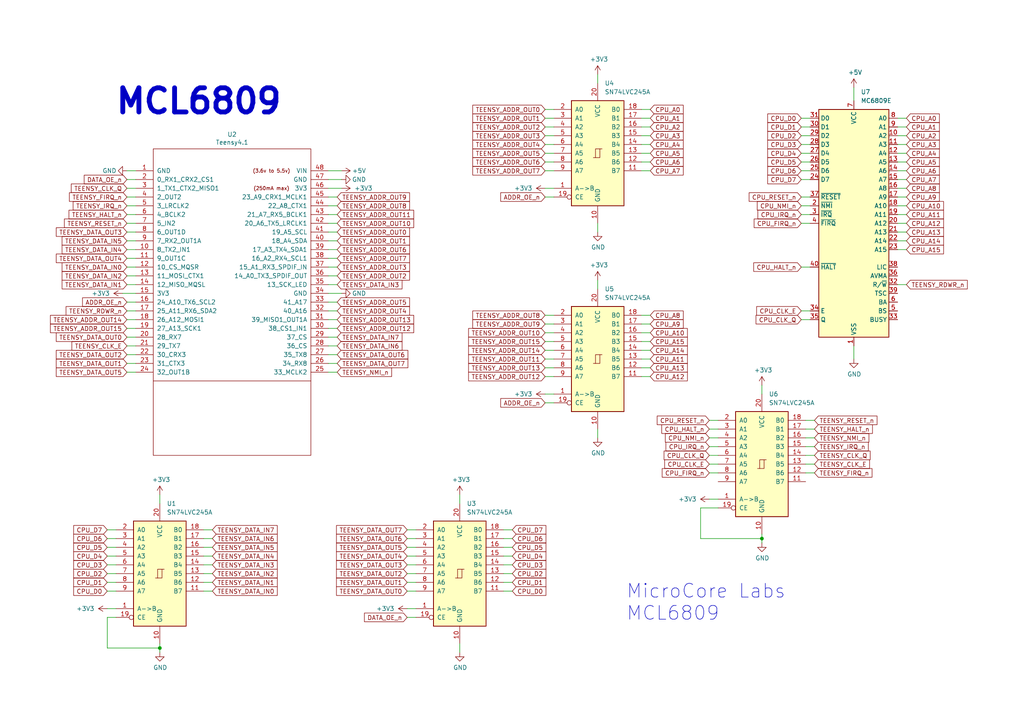
<source format=kicad_sch>
(kicad_sch (version 20211123) (generator eeschema)
  (paper "A4")
  (lib_symbols
    (symbol "74xx:74LS245" (pin_names (offset 1.016))
      (property "Reference" "U" (at -7.62 16.51 0))
      (property "Value" "74LS245" (at -7.62 -16.51 0))
      (symbol "74LS245_1_0"
        (polyline (pts (xy -0.635 -1.27) (xy -0.635 1.27) (xy 0.635 1.27)))
        (polyline (pts (xy -1.27 -1.27) (xy 0.635 -1.27) (xy 0.635 1.27) (xy 1.27 1.27)))
        (pin input line (at -12.7 -10.16 0) (length 5.08) (name "A->B") (number "1"))
        (pin power_in line (at 0 -20.32 90) (length 5.08) (name "GND") (number "10"))
        (pin tri_state line (at 12.7 -5.08 180) (length 5.08) (name "B7") (number "11"))
        (pin tri_state line (at 12.7 -2.54 180) (length 5.08) (name "B6") (number "12"))
        (pin tri_state line (at 12.7 0 180) (length 5.08) (name "B5") (number "13"))
        (pin tri_state line (at 12.7 2.54 180) (length 5.08) (name "B4") (number "14"))
        (pin tri_state line (at 12.7 5.08 180) (length 5.08) (name "B3") (number "15"))
        (pin tri_state line (at 12.7 7.62 180) (length 5.08) (name "B2") (number "16"))
        (pin tri_state line (at 12.7 10.16 180) (length 5.08) (name "B1") (number "17"))
        (pin tri_state line (at 12.7 12.7 180) (length 5.08) (name "B0") (number "18"))
        (pin input inverted (at -12.7 -12.7 0) (length 5.08) (name "CE") (number "19"))
        (pin tri_state line (at -12.7 12.7 0) (length 5.08) (name "A0") (number "2"))
        (pin power_in line (at 0 20.32 270) (length 5.08) (name "VCC") (number "20"))
        (pin tri_state line (at -12.7 10.16 0) (length 5.08) (name "A1") (number "3"))
        (pin tri_state line (at -12.7 7.62 0) (length 5.08) (name "A2") (number "4"))
        (pin tri_state line (at -12.7 5.08 0) (length 5.08) (name "A3") (number "5"))
        (pin tri_state line (at -12.7 2.54 0) (length 5.08) (name "A4") (number "6"))
        (pin tri_state line (at -12.7 0 0) (length 5.08) (name "A5") (number "7"))
        (pin tri_state line (at -12.7 -2.54 0) (length 5.08) (name "A6") (number "8"))
        (pin tri_state line (at -12.7 -5.08 0) (length 5.08) (name "A7") (number "9"))
      )
      (symbol "74LS245_1_1"
        (rectangle (start -7.62 15.24) (end 7.62 -15.24) (stroke (width 0.254)) (fill (type background)))
      )
    )
    (symbol "CPU_NXP_6800:MC6809E"
      (property "Reference" "U" (at -7.62 34.544 0))
      (property "Value" "MC6809E" (at 10.16 34.544 0))
      (symbol "MC6809E_0_1"
        (rectangle (start -10.16 -33.02) (end 10.16 33.02) (stroke (width 0.254)) (fill (type background)))
      )
      (symbol "MC6809E_1_1"
        (pin power_in line (at 0 -35.56 90) (length 2.54) (name "VSS") (number "1"))
        (pin output line (at 12.7 25.4 180) (length 2.54) (name "A2") (number "10"))
        (pin output line (at 12.7 22.86 180) (length 2.54) (name "A3") (number "11"))
        (pin output line (at 12.7 20.32 180) (length 2.54) (name "A4") (number "12"))
        (pin output line (at 12.7 17.78 180) (length 2.54) (name "A5") (number "13"))
        (pin output line (at 12.7 15.24 180) (length 2.54) (name "A6") (number "14"))
        (pin output line (at 12.7 12.7 180) (length 2.54) (name "A7") (number "15"))
        (pin output line (at 12.7 10.16 180) (length 2.54) (name "A8") (number "16"))
        (pin output line (at 12.7 7.62 180) (length 2.54) (name "A9") (number "17"))
        (pin output line (at 12.7 5.08 180) (length 2.54) (name "A10") (number "18"))
        (pin output line (at 12.7 2.54 180) (length 2.54) (name "A11") (number "19"))
        (pin input line (at -12.7 5.08 0) (length 2.54) (name "~{NMI}") (number "2"))
        (pin output line (at 12.7 0 180) (length 2.54) (name "A12") (number "20"))
        (pin output line (at 12.7 -2.54 180) (length 2.54) (name "A13") (number "21"))
        (pin output line (at 12.7 -5.08 180) (length 2.54) (name "A14") (number "22"))
        (pin output line (at 12.7 -7.62 180) (length 2.54) (name "A15") (number "23"))
        (pin bidirectional line (at -12.7 12.7 0) (length 2.54) (name "D7") (number "24"))
        (pin bidirectional line (at -12.7 15.24 0) (length 2.54) (name "D6") (number "25"))
        (pin bidirectional line (at -12.7 17.78 0) (length 2.54) (name "D5") (number "26"))
        (pin bidirectional line (at -12.7 20.32 0) (length 2.54) (name "D4") (number "27"))
        (pin bidirectional line (at -12.7 22.86 0) (length 2.54) (name "D3") (number "28"))
        (pin bidirectional line (at -12.7 25.4 0) (length 2.54) (name "D2") (number "29"))
        (pin input line (at -12.7 2.54 0) (length 2.54) (name "~{IRQ}") (number "3"))
        (pin bidirectional line (at -12.7 27.94 0) (length 2.54) (name "D1") (number "30"))
        (pin bidirectional line (at -12.7 30.48 0) (length 2.54) (name "D0") (number "31"))
        (pin output line (at 12.7 -17.78 180) (length 2.54) (name "R/~{W}") (number "32"))
        (pin output line (at 12.7 -27.94 180) (length 2.54) (name "BUSY") (number "33"))
        (pin input line (at -12.7 -25.4 0) (length 2.54) (name "E") (number "34"))
        (pin input line (at -12.7 -27.94 0) (length 2.54) (name "Q") (number "35"))
        (pin output line (at 12.7 -15.24 180) (length 2.54) (name "AVMA") (number "36"))
        (pin input line (at -12.7 7.62 0) (length 2.54) (name "~{RESET}") (number "37"))
        (pin output line (at 12.7 -12.7 180) (length 2.54) (name "LIC") (number "38"))
        (pin output line (at 12.7 -20.32 180) (length 2.54) (name "TSC") (number "39"))
        (pin input line (at -12.7 0 0) (length 2.54) (name "~{FIRQ}") (number "4"))
        (pin input line (at -12.7 -12.7 0) (length 2.54) (name "~{HALT}") (number "40"))
        (pin output line (at 12.7 -25.4 180) (length 2.54) (name "BS") (number "5"))
        (pin output line (at 12.7 -22.86 180) (length 2.54) (name "BA") (number "6"))
        (pin power_in line (at 0 35.56 270) (length 2.54) (name "VCC") (number "7"))
        (pin output line (at 12.7 30.48 180) (length 2.54) (name "A0") (number "8"))
        (pin output line (at 12.7 27.94 180) (length 2.54) (name "A1") (number "9"))
      )
    )
    (symbol "MCLZ8_PCB-rescue:Teensy4.1-teensy" (pin_names (offset 1.016))
      (property "Reference" "U" (at 0 64.77 0))
      (property "Value" "Teensy4.1-teensy" (at 0 62.23 0))
      (symbol "Teensy4.1-teensy_0_0"
        (polyline (pts (xy -22.86 -6.35) (xy 22.86 -6.35)))
        (text "(250mA max)" (at 11.43 49.53 0) (effects (font (size 1.016 1.016))))
        (text "(3.6v to 5.5v)" (at 11.43 54.61 0) (effects (font (size 1.016 1.016))))
        (pin bidirectional line (at -27.94 31.75 0) (length 5.08) (name "8_TX2_IN1") (number "10"))
        (pin bidirectional line (at -27.94 29.21 0) (length 5.08) (name "9_OUT1C") (number "11"))
        (pin bidirectional line (at -27.94 26.67 0) (length 5.08) (name "10_CS_MQSR") (number "12"))
        (pin bidirectional line (at -27.94 24.13 0) (length 5.08) (name "11_MOSI_CTX1") (number "13"))
        (pin bidirectional line (at -27.94 21.59 0) (length 5.08) (name "12_MISO_MQSL") (number "14"))
        (pin power_in line (at -27.94 19.05 0) (length 5.08) (name "3V3") (number "15"))
        (pin bidirectional line (at -27.94 16.51 0) (length 5.08) (name "24_A10_TX6_SCL2") (number "16"))
        (pin bidirectional line (at -27.94 13.97 0) (length 5.08) (name "25_A11_RX6_SDA2") (number "17"))
        (pin bidirectional line (at -27.94 11.43 0) (length 5.08) (name "26_A12_MOSI1") (number "18"))
        (pin bidirectional line (at -27.94 8.89 0) (length 5.08) (name "27_A13_SCK1") (number "19"))
        (pin bidirectional line (at -27.94 6.35 0) (length 5.08) (name "28_RX7") (number "20"))
        (pin bidirectional line (at -27.94 3.81 0) (length 5.08) (name "29_TX7") (number "21"))
        (pin bidirectional line (at -27.94 1.27 0) (length 5.08) (name "30_CRX3") (number "22"))
        (pin bidirectional line (at -27.94 -1.27 0) (length 5.08) (name "31_CTX3") (number "23"))
        (pin bidirectional line (at -27.94 -3.81 0) (length 5.08) (name "32_OUT1B") (number "24"))
        (pin bidirectional line (at 27.94 -3.81 180) (length 5.08) (name "33_MCLK2") (number "25"))
        (pin bidirectional line (at 27.94 -1.27 180) (length 5.08) (name "34_RX8") (number "26"))
        (pin bidirectional line (at 27.94 1.27 180) (length 5.08) (name "35_TX8") (number "27"))
        (pin bidirectional line (at 27.94 3.81 180) (length 5.08) (name "36_CS") (number "28"))
        (pin bidirectional line (at 27.94 6.35 180) (length 5.08) (name "37_CS") (number "29"))
        (pin bidirectional line (at 27.94 8.89 180) (length 5.08) (name "38_CS1_IN1") (number "30"))
        (pin bidirectional line (at 27.94 11.43 180) (length 5.08) (name "39_MISO1_OUT1A") (number "31"))
        (pin bidirectional line (at 27.94 13.97 180) (length 5.08) (name "40_A16") (number "32"))
        (pin bidirectional line (at 27.94 16.51 180) (length 5.08) (name "41_A17") (number "33"))
        (pin bidirectional line (at 27.94 21.59 180) (length 5.08) (name "13_SCK_LED") (number "35"))
        (pin bidirectional line (at 27.94 24.13 180) (length 5.08) (name "14_A0_TX3_SPDIF_OUT") (number "36"))
        (pin bidirectional line (at 27.94 26.67 180) (length 5.08) (name "15_A1_RX3_SPDIF_IN") (number "37"))
        (pin bidirectional line (at 27.94 29.21 180) (length 5.08) (name "16_A2_RX4_SCL1") (number "38"))
        (pin bidirectional line (at 27.94 31.75 180) (length 5.08) (name "17_A3_TX4_SDA1") (number "39"))
        (pin bidirectional line (at 27.94 34.29 180) (length 5.08) (name "18_A4_SDA") (number "40"))
        (pin bidirectional line (at 27.94 36.83 180) (length 5.08) (name "19_A5_SCL") (number "41"))
        (pin bidirectional line (at 27.94 39.37 180) (length 5.08) (name "20_A6_TX5_LRCLK1") (number "42"))
        (pin bidirectional line (at 27.94 41.91 180) (length 5.08) (name "21_A7_RX5_BCLK1") (number "43"))
        (pin bidirectional line (at 27.94 44.45 180) (length 5.08) (name "22_A8_CTX1") (number "44"))
        (pin bidirectional line (at 27.94 46.99 180) (length 5.08) (name "23_A9_CRX1_MCLK1") (number "45"))
        (pin output line (at 27.94 49.53 180) (length 5.08) (name "3V3") (number "46"))
        (pin output line (at 27.94 52.07 180) (length 5.08) (name "GND") (number "47"))
        (pin power_in line (at 27.94 54.61 180) (length 5.08) (name "VIN") (number "48"))
        (pin bidirectional line (at -27.94 44.45 0) (length 5.08) (name "3_LRCLK2") (number "5"))
        (pin bidirectional line (at -27.94 41.91 0) (length 5.08) (name "4_BCLK2") (number "6"))
        (pin bidirectional line (at -27.94 39.37 0) (length 5.08) (name "5_IN2") (number "7"))
        (pin bidirectional line (at -27.94 36.83 0) (length 5.08) (name "6_OUT1D") (number "8"))
        (pin bidirectional line (at -27.94 34.29 0) (length 5.08) (name "7_RX2_OUT1A") (number "9"))
      )
      (symbol "Teensy4.1-teensy_0_1"
        (rectangle (start -22.86 60.96) (end 22.86 -27.94))
        (rectangle (start -20.32 -1.27) (end -20.32 -1.27))
      )
      (symbol "Teensy4.1-teensy_1_1"
        (pin power_in line (at -27.94 54.61 0) (length 5.08) (name "GND") (number "1"))
        (pin bidirectional line (at -27.94 52.07 0) (length 5.08) (name "0_RX1_CRX2_CS1") (number "2"))
        (pin bidirectional line (at -27.94 49.53 0) (length 5.08) (name "1_TX1_CTX2_MISO1") (number "3"))
        (pin power_in line (at 27.94 19.05 180) (length 5.08) (name "GND") (number "34"))
        (pin bidirectional line (at -27.94 46.99 0) (length 5.08) (name "2_OUT2") (number "4"))
      )
    )
    (symbol "power:+3.3V" (power) (pin_names (offset 0))
      (property "Value" "+3.3V" (at 0 3.556 0))
      (symbol "+3.3V_0_1"
        (polyline (pts (xy -0.762 1.27) (xy 0 2.54)))
        (polyline (pts (xy 0 0) (xy 0 2.54)))
        (polyline (pts (xy 0 2.54) (xy 0.762 1.27)))
      )
      (symbol "+3.3V_1_1"
        (pin power_in line (at 0 0 90) (length 0) hide (name "+3V3") (number "1"))
      )
    )
    (symbol "power:+5V" (power) (pin_names (offset 0))
      (property "Value" "+5V" (at 0 3.556 0))
      (symbol "+5V_0_1"
        (polyline (pts (xy -0.762 1.27) (xy 0 2.54)))
        (polyline (pts (xy 0 0) (xy 0 2.54)))
        (polyline (pts (xy 0 2.54) (xy 0.762 1.27)))
      )
      (symbol "+5V_1_1"
        (pin power_in line (at 0 0 90) (length 0) hide (name "+5V") (number "1"))
      )
    )
    (symbol "power:GND" (power) (pin_names (offset 0))
      (property "Value" "GND" (at 0 -3.81 0))
      (symbol "GND_0_1"
        (polyline (pts (xy 0 0) (xy 0 -1.27) (xy 1.27 -1.27) (xy 0 -2.54) (xy -1.27 -1.27) (xy 0 -1.27)))
      )
      (symbol "GND_1_1"
        (pin power_in line (at 0 0 270) (length 0) hide (name "GND") (number "1"))
      )
    )
  )
  (junction (at 46.355 187.96))
  (junction (at 220.98 156.21))
  (wire (pts (xy 158.115 96.52) (xy 160.655 96.52)))
  (wire (pts (xy 188.595 34.29) (xy 186.055 34.29)))
  (wire (pts (xy 188.595 36.83) (xy 186.055 36.83)))
  (wire (pts (xy 188.595 44.45) (xy 186.055 44.45)))
  (wire (pts (xy 97.79 82.55) (xy 95.25 82.55)))
  (wire (pts (xy 61.595 166.37) (xy 59.055 166.37)))
  (wire (pts (xy 39.37 57.15) (xy 36.83 57.15)))
  (wire (pts (xy 36.83 77.47) (xy 39.37 77.47)))
  (wire (pts (xy 120.65 179.07) (xy 118.11 179.07)))
  (wire (pts (xy 234.95 57.15) (xy 232.41 57.15)))
  (wire (pts (xy 31.115 187.96) (xy 46.355 187.96)))
  (wire (pts (xy 233.68 132.08) (xy 236.22 132.08)))
  (wire (pts (xy 97.79 102.87) (xy 95.25 102.87)))
  (wire (pts (xy 97.79 57.15) (xy 95.25 57.15)))
  (wire (pts (xy 158.115 49.53) (xy 160.655 49.53)))
  (wire (pts (xy 188.595 109.22) (xy 186.055 109.22)))
  (wire (pts (xy 160.655 116.84) (xy 158.115 116.84)))
  (wire (pts (xy 208.28 127) (xy 205.74 127)))
  (wire (pts (xy 188.595 106.68) (xy 186.055 106.68)))
  (wire (pts (xy 31.115 153.67) (xy 33.655 153.67)))
  (wire (pts (xy 158.115 106.68) (xy 160.655 106.68)))
  (wire (pts (xy 39.37 62.23) (xy 36.83 62.23)))
  (wire (pts (xy 188.595 41.91) (xy 186.055 41.91)))
  (wire (pts (xy 36.83 92.71) (xy 39.37 92.71)))
  (wire (pts (xy 97.79 105.41) (xy 95.25 105.41)))
  (wire (pts (xy 262.89 54.61) (xy 260.35 54.61)))
  (wire (pts (xy 39.37 59.69) (xy 36.83 59.69)))
  (wire (pts (xy 188.595 93.98) (xy 186.055 93.98)))
  (wire (pts (xy 95.25 52.07) (xy 99.06 52.07)))
  (wire (pts (xy 36.83 69.85) (xy 39.37 69.85)))
  (wire (pts (xy 33.655 179.07) (xy 31.115 179.07)))
  (wire (pts (xy 39.37 52.07) (xy 36.83 52.07)))
  (wire (pts (xy 97.79 100.33) (xy 95.25 100.33)))
  (wire (pts (xy 97.79 77.47) (xy 95.25 77.47)))
  (wire (pts (xy 97.79 62.23) (xy 95.25 62.23)))
  (wire (pts (xy 232.41 46.99) (xy 234.95 46.99)))
  (wire (pts (xy 262.89 62.23) (xy 260.35 62.23)))
  (wire (pts (xy 133.35 146.05) (xy 133.35 143.51)))
  (wire (pts (xy 188.595 101.6) (xy 186.055 101.6)))
  (wire (pts (xy 118.11 156.21) (xy 120.65 156.21)))
  (wire (pts (xy 262.89 39.37) (xy 260.35 39.37)))
  (wire (pts (xy 208.28 137.16) (xy 205.74 137.16)))
  (wire (pts (xy 97.79 97.79) (xy 95.25 97.79)))
  (wire (pts (xy 208.28 134.62) (xy 205.74 134.62)))
  (wire (pts (xy 262.89 44.45) (xy 260.35 44.45)))
  (wire (pts (xy 188.595 99.06) (xy 186.055 99.06)))
  (wire (pts (xy 262.89 59.69) (xy 260.35 59.69)))
  (wire (pts (xy 234.95 77.47) (xy 232.41 77.47)))
  (wire (pts (xy 61.595 156.21) (xy 59.055 156.21)))
  (wire (pts (xy 158.115 101.6) (xy 160.655 101.6)))
  (wire (pts (xy 232.41 36.83) (xy 234.95 36.83)))
  (wire (pts (xy 188.595 39.37) (xy 186.055 39.37)))
  (wire (pts (xy 232.41 39.37) (xy 234.95 39.37)))
  (wire (pts (xy 220.98 114.3) (xy 220.98 111.76)))
  (wire (pts (xy 118.11 176.53) (xy 120.65 176.53)))
  (wire (pts (xy 36.83 105.41) (xy 39.37 105.41)))
  (wire (pts (xy 148.59 158.75) (xy 146.05 158.75)))
  (wire (pts (xy 158.115 46.99) (xy 160.655 46.99)))
  (wire (pts (xy 148.59 168.91) (xy 146.05 168.91)))
  (wire (pts (xy 118.11 166.37) (xy 120.65 166.37)))
  (wire (pts (xy 158.115 54.61) (xy 160.655 54.61)))
  (wire (pts (xy 39.37 85.09) (xy 35.56 85.09)))
  (wire (pts (xy 61.595 153.67) (xy 59.055 153.67)))
  (wire (pts (xy 97.79 69.85) (xy 95.25 69.85)))
  (wire (pts (xy 158.115 99.06) (xy 160.655 99.06)))
  (wire (pts (xy 205.74 144.78) (xy 208.28 144.78)))
  (wire (pts (xy 61.595 163.83) (xy 59.055 163.83)))
  (wire (pts (xy 97.79 95.25) (xy 95.25 95.25)))
  (wire (pts (xy 31.115 166.37) (xy 33.655 166.37)))
  (wire (pts (xy 158.115 31.75) (xy 160.655 31.75)))
  (wire (pts (xy 260.35 82.55) (xy 262.89 82.55)))
  (wire (pts (xy 36.83 97.79) (xy 39.37 97.79)))
  (wire (pts (xy 262.89 41.91) (xy 260.35 41.91)))
  (wire (pts (xy 95.25 54.61) (xy 99.06 54.61)))
  (wire (pts (xy 133.35 186.69) (xy 133.35 189.23)))
  (wire (pts (xy 97.79 87.63) (xy 95.25 87.63)))
  (wire (pts (xy 188.595 104.14) (xy 186.055 104.14)))
  (wire (pts (xy 158.115 109.22) (xy 160.655 109.22)))
  (wire (pts (xy 31.115 176.53) (xy 33.655 176.53)))
  (wire (pts (xy 173.355 64.77) (xy 173.355 67.31)))
  (wire (pts (xy 188.595 96.52) (xy 186.055 96.52)))
  (wire (pts (xy 97.79 64.77) (xy 95.25 64.77)))
  (wire (pts (xy 61.595 161.29) (xy 59.055 161.29)))
  (wire (pts (xy 173.355 124.46) (xy 173.355 127)))
  (wire (pts (xy 188.595 91.44) (xy 186.055 91.44)))
  (wire (pts (xy 208.28 129.54) (xy 205.74 129.54)))
  (wire (pts (xy 158.115 93.98) (xy 160.655 93.98)))
  (wire (pts (xy 97.79 72.39) (xy 95.25 72.39)))
  (wire (pts (xy 36.83 49.53) (xy 39.37 49.53)))
  (wire (pts (xy 39.37 64.77) (xy 36.83 64.77)))
  (wire (pts (xy 148.59 161.29) (xy 146.05 161.29)))
  (wire (pts (xy 36.83 67.31) (xy 39.37 67.31)))
  (wire (pts (xy 234.95 59.69) (xy 232.41 59.69)))
  (wire (pts (xy 262.89 46.99) (xy 260.35 46.99)))
  (wire (pts (xy 247.65 100.33) (xy 247.65 104.14)))
  (wire (pts (xy 233.68 129.54) (xy 236.22 129.54)))
  (wire (pts (xy 158.115 41.91) (xy 160.655 41.91)))
  (wire (pts (xy 262.89 34.29) (xy 260.35 34.29)))
  (wire (pts (xy 203.2 147.32) (xy 203.2 156.21)))
  (wire (pts (xy 232.41 44.45) (xy 234.95 44.45)))
  (wire (pts (xy 36.83 107.95) (xy 39.37 107.95)))
  (wire (pts (xy 97.79 74.93) (xy 95.25 74.93)))
  (wire (pts (xy 61.595 171.45) (xy 59.055 171.45)))
  (wire (pts (xy 97.79 67.31) (xy 95.25 67.31)))
  (wire (pts (xy 262.89 49.53) (xy 260.35 49.53)))
  (wire (pts (xy 188.595 46.99) (xy 186.055 46.99)))
  (wire (pts (xy 31.115 156.21) (xy 33.655 156.21)))
  (wire (pts (xy 97.79 59.69) (xy 95.25 59.69)))
  (wire (pts (xy 97.79 80.01) (xy 95.25 80.01)))
  (wire (pts (xy 118.11 168.91) (xy 120.65 168.91)))
  (wire (pts (xy 39.37 54.61) (xy 36.83 54.61)))
  (wire (pts (xy 31.115 179.07) (xy 31.115 187.96)))
  (wire (pts (xy 36.83 82.55) (xy 39.37 82.55)))
  (wire (pts (xy 118.11 153.67) (xy 120.65 153.67)))
  (wire (pts (xy 262.89 52.07) (xy 260.35 52.07)))
  (wire (pts (xy 160.655 57.15) (xy 158.115 57.15)))
  (wire (pts (xy 208.28 124.46) (xy 205.74 124.46)))
  (wire (pts (xy 220.98 154.94) (xy 220.98 156.21)))
  (wire (pts (xy 158.115 34.29) (xy 160.655 34.29)))
  (wire (pts (xy 118.11 158.75) (xy 120.65 158.75)))
  (wire (pts (xy 220.98 156.21) (xy 220.98 157.48)))
  (wire (pts (xy 158.115 39.37) (xy 160.655 39.37)))
  (wire (pts (xy 232.41 49.53) (xy 234.95 49.53)))
  (wire (pts (xy 233.68 121.92) (xy 236.22 121.92)))
  (wire (pts (xy 208.28 147.32) (xy 203.2 147.32)))
  (wire (pts (xy 46.355 186.69) (xy 46.355 187.96)))
  (wire (pts (xy 39.37 90.17) (xy 36.83 90.17)))
  (wire (pts (xy 118.11 161.29) (xy 120.65 161.29)))
  (wire (pts (xy 262.89 72.39) (xy 260.35 72.39)))
  (wire (pts (xy 95.25 107.95) (xy 97.79 107.95)))
  (wire (pts (xy 262.89 69.85) (xy 260.35 69.85)))
  (wire (pts (xy 233.68 134.62) (xy 236.22 134.62)))
  (wire (pts (xy 46.355 146.05) (xy 46.355 143.51)))
  (wire (pts (xy 234.95 90.17) (xy 232.41 90.17)))
  (wire (pts (xy 36.83 102.87) (xy 39.37 102.87)))
  (wire (pts (xy 262.89 67.31) (xy 260.35 67.31)))
  (wire (pts (xy 31.115 168.91) (xy 33.655 168.91)))
  (wire (pts (xy 234.95 92.71) (xy 232.41 92.71)))
  (wire (pts (xy 173.355 24.13) (xy 173.355 21.59)))
  (wire (pts (xy 262.89 57.15) (xy 260.35 57.15)))
  (wire (pts (xy 232.41 41.91) (xy 234.95 41.91)))
  (wire (pts (xy 95.25 49.53) (xy 99.06 49.53)))
  (wire (pts (xy 36.83 95.25) (xy 39.37 95.25)))
  (wire (pts (xy 208.28 121.92) (xy 205.74 121.92)))
  (wire (pts (xy 158.115 91.44) (xy 160.655 91.44)))
  (wire (pts (xy 118.11 163.83) (xy 120.65 163.83)))
  (wire (pts (xy 232.41 52.07) (xy 234.95 52.07)))
  (wire (pts (xy 262.89 36.83) (xy 260.35 36.83)))
  (wire (pts (xy 188.595 31.75) (xy 186.055 31.75)))
  (wire (pts (xy 46.355 187.96) (xy 46.355 189.23)))
  (wire (pts (xy 173.355 83.82) (xy 173.355 81.28)))
  (wire (pts (xy 158.115 36.83) (xy 160.655 36.83)))
  (wire (pts (xy 39.37 87.63) (xy 36.83 87.63)))
  (wire (pts (xy 36.83 80.01) (xy 39.37 80.01)))
  (wire (pts (xy 203.2 156.21) (xy 220.98 156.21)))
  (wire (pts (xy 31.115 158.75) (xy 33.655 158.75)))
  (wire (pts (xy 61.595 168.91) (xy 59.055 168.91)))
  (wire (pts (xy 158.115 114.3) (xy 160.655 114.3)))
  (wire (pts (xy 233.68 124.46) (xy 236.22 124.46)))
  (wire (pts (xy 208.28 132.08) (xy 205.74 132.08)))
  (wire (pts (xy 31.115 163.83) (xy 33.655 163.83)))
  (wire (pts (xy 118.11 171.45) (xy 120.65 171.45)))
  (wire (pts (xy 188.595 49.53) (xy 186.055 49.53)))
  (wire (pts (xy 61.595 158.75) (xy 59.055 158.75)))
  (wire (pts (xy 36.83 72.39) (xy 39.37 72.39)))
  (wire (pts (xy 31.115 171.45) (xy 33.655 171.45)))
  (wire (pts (xy 247.65 29.21) (xy 247.65 25.4)))
  (wire (pts (xy 97.79 90.17) (xy 95.25 90.17)))
  (wire (pts (xy 234.95 62.23) (xy 232.41 62.23)))
  (wire (pts (xy 31.115 161.29) (xy 33.655 161.29)))
  (wire (pts (xy 234.95 64.77) (xy 232.41 64.77)))
  (wire (pts (xy 97.79 92.71) (xy 95.25 92.71)))
  (wire (pts (xy 148.59 171.45) (xy 146.05 171.45)))
  (wire (pts (xy 36.83 74.93) (xy 39.37 74.93)))
  (wire (pts (xy 95.25 85.09) (xy 99.06 85.09)))
  (wire (pts (xy 233.68 137.16) (xy 236.22 137.16)))
  (wire (pts (xy 148.59 156.21) (xy 146.05 156.21)))
  (wire (pts (xy 233.68 127) (xy 236.22 127)))
  (wire (pts (xy 158.115 104.14) (xy 160.655 104.14)))
  (wire (pts (xy 39.37 100.33) (xy 36.83 100.33)))
  (wire (pts (xy 232.41 34.29) (xy 234.95 34.29)))
  (wire (pts (xy 148.59 166.37) (xy 146.05 166.37)))
  (wire (pts (xy 158.115 44.45) (xy 160.655 44.45)))
  (wire (pts (xy 148.59 163.83) (xy 146.05 163.83)))
  (wire (pts (xy 262.89 64.77) (xy 260.35 64.77)))
  (wire (pts (xy 148.59 153.67) (xy 146.05 153.67)))
  (text "MicroCore Labs\nMCL6809" (at 181.61 180.34 0) (effects (font (size 3.9878 3.9878)) (justify left bottom)))
  (text "MCL6809" (at 33.02 33.655 0) (effects (font (size 7.0104 7.0104) (thickness 1.4021) bold) (justify left bottom)))
  (global_label "CPU_D7" (shape input) (at 232.41 52.07 180) (property "Intersheet References" "${INTERSHEET_REFS}" (effects hide)))
  (global_label "CPU_IRQ_n" (shape input) (at 205.74 129.54 180) (property "Intersheet References" "${INTERSHEET_REFS}" (effects hide)))
  (global_label "TEENSY_DATA_OUT6" (shape input) (at 97.79 102.87 0) (property "Intersheet References" "${INTERSHEET_REFS}" (effects hide)))
  (global_label "CPU_D0" (shape input) (at 148.59 171.45 0) (property "Intersheet References" "${INTERSHEET_REFS}" (effects hide)))
  (global_label "TEENSY_ADDR_OUT7" (shape input) (at 158.115 49.53 180) (property "Intersheet References" "${INTERSHEET_REFS}" (effects hide)))
  (global_label "TEENSY_DATA_OUT3" (shape input) (at 36.83 67.31 180) (property "Intersheet References" "${INTERSHEET_REFS}" (effects hide)))
  (global_label "TEENSY_ADDR_OUT0" (shape input) (at 158.115 31.75 180) (property "Intersheet References" "${INTERSHEET_REFS}" (effects hide)))
  (global_label "TEENSY_ADDR_OUT1" (shape input) (at 158.115 34.29 180) (property "Intersheet References" "${INTERSHEET_REFS}" (effects hide)))
  (global_label "CPU_D1" (shape input) (at 148.59 168.91 0) (property "Intersheet References" "${INTERSHEET_REFS}" (effects hide)))
  (global_label "CPU_A2" (shape input) (at 262.89 39.37 0) (property "Intersheet References" "${INTERSHEET_REFS}" (effects hide)))
  (global_label "TEENSY_DATA_OUT4" (shape input) (at 36.83 74.93 180) (property "Intersheet References" "${INTERSHEET_REFS}" (effects hide)))
  (global_label "TEENSY_DATA_IN1" (shape input) (at 36.83 82.55 180) (property "Intersheet References" "${INTERSHEET_REFS}" (effects hide)))
  (global_label "CPU_CLK_E" (shape input) (at 205.74 134.62 180) (property "Intersheet References" "${INTERSHEET_REFS}" (effects hide)))
  (global_label "TEENSY_ADDR_OUT6" (shape input) (at 158.115 46.99 180) (property "Intersheet References" "${INTERSHEET_REFS}" (effects hide)))
  (global_label "TEENSY_ADDR_OUT13" (shape input) (at 97.79 92.71 0) (property "Intersheet References" "${INTERSHEET_REFS}" (effects hide)))
  (global_label "TEENSY_ADDR_OUT6" (shape input) (at 97.79 72.39 0) (property "Intersheet References" "${INTERSHEET_REFS}" (effects hide)))
  (global_label "CPU_A15" (shape input) (at 188.595 99.06 0) (property "Intersheet References" "${INTERSHEET_REFS}" (effects hide)))
  (global_label "TEENSY_CLK_Q" (shape input) (at 36.83 54.61 180) (property "Intersheet References" "${INTERSHEET_REFS}" (effects hide)))
  (global_label "CPU_A12" (shape input) (at 262.89 64.77 0) (property "Intersheet References" "${INTERSHEET_REFS}" (effects hide)))
  (global_label "CPU_D2" (shape input) (at 31.115 166.37 180) (property "Intersheet References" "${INTERSHEET_REFS}" (effects hide)))
  (global_label "ADDR_OE_n" (shape input) (at 158.115 57.15 180) (property "Intersheet References" "${INTERSHEET_REFS}" (effects hide)))
  (global_label "CPU_D7" (shape input) (at 148.59 153.67 0) (property "Intersheet References" "${INTERSHEET_REFS}" (effects hide)))
  (global_label "TEENSY_ADDR_OUT3" (shape input) (at 158.115 39.37 180) (property "Intersheet References" "${INTERSHEET_REFS}" (effects hide)))
  (global_label "CPU_A1" (shape input) (at 188.595 34.29 0) (property "Intersheet References" "${INTERSHEET_REFS}" (effects hide)))
  (global_label "TEENSY_ADDR_OUT7" (shape input) (at 97.79 74.93 0) (property "Intersheet References" "${INTERSHEET_REFS}" (effects hide)))
  (global_label "CPU_D0" (shape input) (at 31.115 171.45 180) (property "Intersheet References" "${INTERSHEET_REFS}" (effects hide)))
  (global_label "TEENSY_ADDR_OUT15" (shape input) (at 36.83 95.25 180) (property "Intersheet References" "${INTERSHEET_REFS}" (effects hide)))
  (global_label "CPU_A7" (shape input) (at 188.595 49.53 0) (property "Intersheet References" "${INTERSHEET_REFS}" (effects hide)))
  (global_label "CPU_A10" (shape input) (at 262.89 59.69 0) (property "Intersheet References" "${INTERSHEET_REFS}" (effects hide)))
  (global_label "CPU_D5" (shape input) (at 148.59 158.75 0) (property "Intersheet References" "${INTERSHEET_REFS}" (effects hide)))
  (global_label "CPU_D6" (shape input) (at 148.59 156.21 0) (property "Intersheet References" "${INTERSHEET_REFS}" (effects hide)))
  (global_label "CPU_A0" (shape input) (at 188.595 31.75 0) (property "Intersheet References" "${INTERSHEET_REFS}" (effects hide)))
  (global_label "CPU_D4" (shape input) (at 148.59 161.29 0) (property "Intersheet References" "${INTERSHEET_REFS}" (effects hide)))
  (global_label "CPU_A13" (shape input) (at 262.89 67.31 0) (property "Intersheet References" "${INTERSHEET_REFS}" (effects hide)))
  (global_label "TEENSY_ADDR_OUT8" (shape input) (at 97.79 59.69 0) (property "Intersheet References" "${INTERSHEET_REFS}" (effects hide)))
  (global_label "TEENSY_NMI_n" (shape input) (at 97.79 107.95 0) (property "Intersheet References" "${INTERSHEET_REFS}" (effects hide)))
  (global_label "CPU_D4" (shape input) (at 31.115 161.29 180) (property "Intersheet References" "${INTERSHEET_REFS}" (effects hide)))
  (global_label "TEENSY_ADDR_OUT4" (shape input) (at 97.79 90.17 0) (property "Intersheet References" "${INTERSHEET_REFS}" (effects hide)))
  (global_label "CPU_D6" (shape input) (at 232.41 49.53 180) (property "Intersheet References" "${INTERSHEET_REFS}" (effects hide)))
  (global_label "CPU_RESET_n" (shape input) (at 205.74 121.92 180) (property "Intersheet References" "${INTERSHEET_REFS}" (effects hide)))
  (global_label "CPU_D3" (shape input) (at 31.115 163.83 180) (property "Intersheet References" "${INTERSHEET_REFS}" (effects hide)))
  (global_label "TEENSY_DATA_OUT2" (shape input) (at 118.11 166.37 180) (property "Intersheet References" "${INTERSHEET_REFS}" (effects hide)))
  (global_label "CPU_A5" (shape input) (at 262.89 46.99 0) (property "Intersheet References" "${INTERSHEET_REFS}" (effects hide)))
  (global_label "CPU_A11" (shape input) (at 188.595 104.14 0) (property "Intersheet References" "${INTERSHEET_REFS}" (effects hide)))
  (global_label "DATA_OE_n" (shape input) (at 36.83 52.07 180) (property "Intersheet References" "${INTERSHEET_REFS}" (effects hide)))
  (global_label "TEENSY_DATA_OUT1" (shape input) (at 118.11 168.91 180) (property "Intersheet References" "${INTERSHEET_REFS}" (effects hide)))
  (global_label "TEENSY_DATA_IN1" (shape input) (at 61.595 168.91 0) (property "Intersheet References" "${INTERSHEET_REFS}" (effects hide)))
  (global_label "TEENSY_ADDR_OUT0" (shape input) (at 97.79 67.31 0) (property "Intersheet References" "${INTERSHEET_REFS}" (effects hide)))
  (global_label "CPU_FIRQ_n" (shape input) (at 205.74 137.16 180) (property "Intersheet References" "${INTERSHEET_REFS}" (effects hide)))
  (global_label "TEENSY_ADDR_OUT12" (shape input) (at 158.115 109.22 180) (property "Intersheet References" "${INTERSHEET_REFS}" (effects hide)))
  (global_label "TEENSY_DATA_IN0" (shape input) (at 61.595 171.45 0) (property "Intersheet References" "${INTERSHEET_REFS}" (effects hide)))
  (global_label "TEENSY_IRQ_n" (shape input) (at 36.83 59.69 180) (property "Intersheet References" "${INTERSHEET_REFS}" (effects hide)))
  (global_label "TEENSY_FIRQ_n" (shape input) (at 236.22 137.16 0) (property "Intersheet References" "${INTERSHEET_REFS}" (effects hide)))
  (global_label "TEENSY_DATA_IN2" (shape input) (at 36.83 80.01 180) (property "Intersheet References" "${INTERSHEET_REFS}" (effects hide)))
  (global_label "TEENSY_FIRQ_n" (shape input) (at 36.83 57.15 180) (property "Intersheet References" "${INTERSHEET_REFS}" (effects hide)))
  (global_label "CPU_D7" (shape input) (at 31.115 153.67 180) (property "Intersheet References" "${INTERSHEET_REFS}" (effects hide)))
  (global_label "TEENSY_ADDR_OUT15" (shape input) (at 158.115 99.06 180) (property "Intersheet References" "${INTERSHEET_REFS}" (effects hide)))
  (global_label "CPU_NMI_n" (shape input) (at 205.74 127 180) (property "Intersheet References" "${INTERSHEET_REFS}" (effects hide)))
  (global_label "CPU_A0" (shape input) (at 262.89 34.29 0) (property "Intersheet References" "${INTERSHEET_REFS}" (effects hide)))
  (global_label "CPU_D2" (shape input) (at 148.59 166.37 0) (property "Intersheet References" "${INTERSHEET_REFS}" (effects hide)))
  (global_label "TEENSY_CLK_E" (shape input) (at 236.22 134.62 0) (property "Intersheet References" "${INTERSHEET_REFS}" (effects hide)))
  (global_label "TEENSY_DATA_OUT2" (shape input) (at 36.83 102.87 180) (property "Intersheet References" "${INTERSHEET_REFS}" (effects hide)))
  (global_label "CPU_D3" (shape input) (at 148.59 163.83 0) (property "Intersheet References" "${INTERSHEET_REFS}" (effects hide)))
  (global_label "CPU_RESET_n" (shape input) (at 232.41 57.15 180) (property "Intersheet References" "${INTERSHEET_REFS}" (effects hide)))
  (global_label "TEENSY_DATA_OUT0" (shape input) (at 36.83 97.79 180) (property "Intersheet References" "${INTERSHEET_REFS}" (effects hide)))
  (global_label "CPU_A8" (shape input) (at 188.595 91.44 0) (property "Intersheet References" "${INTERSHEET_REFS}" (effects hide)))
  (global_label "TEENSY_ADDR_OUT11" (shape input) (at 158.115 104.14 180) (property "Intersheet References" "${INTERSHEET_REFS}" (effects hide)))
  (global_label "TEENSY_ADDR_OUT5" (shape input) (at 97.79 87.63 0) (property "Intersheet References" "${INTERSHEET_REFS}" (effects hide)))
  (global_label "TEENSY_ADDR_OUT1" (shape input) (at 97.79 69.85 0) (property "Intersheet References" "${INTERSHEET_REFS}" (effects hide)))
  (global_label "TEENSY_DATA_OUT6" (shape input) (at 118.11 156.21 180) (property "Intersheet References" "${INTERSHEET_REFS}" (effects hide)))
  (global_label "TEENSY_ADDR_OUT10" (shape input) (at 97.79 64.77 0) (property "Intersheet References" "${INTERSHEET_REFS}" (effects hide)))
  (global_label "TEENSY_ADDR_OUT3" (shape input) (at 97.79 77.47 0) (property "Intersheet References" "${INTERSHEET_REFS}" (effects hide)))
  (global_label "CPU_D6" (shape input) (at 31.115 156.21 180) (property "Intersheet References" "${INTERSHEET_REFS}" (effects hide)))
  (global_label "CPU_D5" (shape input) (at 31.115 158.75 180) (property "Intersheet References" "${INTERSHEET_REFS}" (effects hide)))
  (global_label "CPU_FIRQ_n" (shape input) (at 232.41 64.77 180) (property "Intersheet References" "${INTERSHEET_REFS}" (effects hide)))
  (global_label "TEENSY_DATA_IN6" (shape input) (at 61.595 156.21 0) (property "Intersheet References" "${INTERSHEET_REFS}" (effects hide)))
  (global_label "TEENSY_ADDR_OUT2" (shape input) (at 158.115 36.83 180) (property "Intersheet References" "${INTERSHEET_REFS}" (effects hide)))
  (global_label "ADDR_OE_n" (shape input) (at 158.115 116.84 180) (property "Intersheet References" "${INTERSHEET_REFS}" (effects hide)))
  (global_label "CPU_A4" (shape input) (at 262.89 44.45 0) (property "Intersheet References" "${INTERSHEET_REFS}" (effects hide)))
  (global_label "CPU_A13" (shape input) (at 188.595 106.68 0) (property "Intersheet References" "${INTERSHEET_REFS}" (effects hide)))
  (global_label "TEENSY_NMI_n" (shape input) (at 236.22 127 0) (property "Intersheet References" "${INTERSHEET_REFS}" (effects hide)))
  (global_label "TEENSY_DATA_IN7" (shape input) (at 97.79 97.79 0) (property "Intersheet References" "${INTERSHEET_REFS}" (effects hide)))
  (global_label "CPU_A7" (shape input) (at 262.89 52.07 0) (property "Intersheet References" "${INTERSHEET_REFS}" (effects hide)))
  (global_label "CPU_A2" (shape input) (at 188.595 36.83 0) (property "Intersheet References" "${INTERSHEET_REFS}" (effects hide)))
  (global_label "TEENSY_ADDR_OUT2" (shape input) (at 97.79 80.01 0) (property "Intersheet References" "${INTERSHEET_REFS}" (effects hide)))
  (global_label "TEENSY_RDWR_n" (shape input) (at 36.83 90.17 180) (property "Intersheet References" "${INTERSHEET_REFS}" (effects hide)))
  (global_label "TEENSY_ADDR_OUT14" (shape input) (at 158.115 101.6 180) (property "Intersheet References" "${INTERSHEET_REFS}" (effects hide)))
  (global_label "TEENSY_RDWR_n" (shape input) (at 262.89 82.55 0) (property "Intersheet References" "${INTERSHEET_REFS}" (effects hide)))
  (global_label "CPU_A15" (shape input) (at 262.89 72.39 0) (property "Intersheet References" "${INTERSHEET_REFS}" (effects hide)))
  (global_label "TEENSY_ADDR_OUT5" (shape input) (at 158.115 44.45 180) (property "Intersheet References" "${INTERSHEET_REFS}" (effects hide)))
  (global_label "TEENSY_DATA_IN5" (shape input) (at 61.595 158.75 0) (property "Intersheet References" "${INTERSHEET_REFS}" (effects hide)))
  (global_label "CPU_CLK_Q" (shape input) (at 205.74 132.08 180) (property "Intersheet References" "${INTERSHEET_REFS}" (effects hide)))
  (global_label "CPU_D3" (shape input) (at 232.41 41.91 180) (property "Intersheet References" "${INTERSHEET_REFS}" (effects hide)))
  (global_label "CPU_D4" (shape input) (at 232.41 44.45 180) (property "Intersheet References" "${INTERSHEET_REFS}" (effects hide)))
  (global_label "TEENSY_DATA_OUT4" (shape input) (at 118.11 161.29 180) (property "Intersheet References" "${INTERSHEET_REFS}" (effects hide)))
  (global_label "CPU_CLK_Q" (shape input) (at 232.41 92.71 180) (property "Intersheet References" "${INTERSHEET_REFS}" (effects hide)))
  (global_label "TEENSY_CLK_E" (shape input) (at 36.83 100.33 180) (property "Intersheet References" "${INTERSHEET_REFS}" (effects hide)))
  (global_label "CPU_A4" (shape input) (at 188.595 41.91 0) (property "Intersheet References" "${INTERSHEET_REFS}" (effects hide)))
  (global_label "CPU_D2" (shape input) (at 232.41 39.37 180) (property "Intersheet References" "${INTERSHEET_REFS}" (effects hide)))
  (global_label "CPU_A6" (shape input) (at 188.595 46.99 0) (property "Intersheet References" "${INTERSHEET_REFS}" (effects hide)))
  (global_label "CPU_HALT_n" (shape input) (at 232.41 77.47 180) (property "Intersheet References" "${INTERSHEET_REFS}" (effects hide)))
  (global_label "TEENSY_ADDR_OUT11" (shape input) (at 97.79 62.23 0) (property "Intersheet References" "${INTERSHEET_REFS}" (effects hide)))
  (global_label "DATA_OE_n" (shape input) (at 118.11 179.07 180) (property "Intersheet References" "${INTERSHEET_REFS}" (effects hide)))
  (global_label "TEENSY_RESET_n" (shape input) (at 36.83 64.77 180) (property "Intersheet References" "${INTERSHEET_REFS}" (effects hide)))
  (global_label "TEENSY_RESET_n" (shape input) (at 236.22 121.92 0) (property "Intersheet References" "${INTERSHEET_REFS}" (effects hide)))
  (global_label "CPU_A6" (shape input) (at 262.89 49.53 0) (property "Intersheet References" "${INTERSHEET_REFS}" (effects hide)))
  (global_label "TEENSY_CLK_Q" (shape input) (at 236.22 132.08 0) (property "Intersheet References" "${INTERSHEET_REFS}" (effects hide)))
  (global_label "TEENSY_ADDR_OUT14" (shape input) (at 36.83 92.71 180) (property "Intersheet References" "${INTERSHEET_REFS}" (effects hide)))
  (global_label "TEENSY_ADDR_OUT8" (shape input) (at 158.115 91.44 180) (property "Intersheet References" "${INTERSHEET_REFS}" (effects hide)))
  (global_label "CPU_A10" (shape input) (at 188.595 96.52 0) (property "Intersheet References" "${INTERSHEET_REFS}" (effects hide)))
  (global_label "TEENSY_DATA_OUT3" (shape input) (at 118.11 163.83 180) (property "Intersheet References" "${INTERSHEET_REFS}" (effects hide)))
  (global_label "CPU_A11" (shape input) (at 262.89 62.23 0) (property "Intersheet References" "${INTERSHEET_REFS}" (effects hide)))
  (global_label "TEENSY_DATA_IN3" (shape input) (at 61.595 163.83 0) (property "Intersheet References" "${INTERSHEET_REFS}" (effects hide)))
  (global_label "TEENSY_DATA_IN2" (shape input) (at 61.595 166.37 0) (property "Intersheet References" "${INTERSHEET_REFS}" (effects hide)))
  (global_label "TEENSY_DATA_OUT5" (shape input) (at 118.11 158.75 180) (property "Intersheet References" "${INTERSHEET_REFS}" (effects hide)))
  (global_label "TEENSY_DATA_IN7" (shape input) (at 61.595 153.67 0) (property "Intersheet References" "${INTERSHEET_REFS}" (effects hide)))
  (global_label "CPU_A3" (shape input) (at 188.595 39.37 0) (property "Intersheet References" "${INTERSHEET_REFS}" (effects hide)))
  (global_label "CPU_A1" (shape input) (at 262.89 36.83 0) (property "Intersheet References" "${INTERSHEET_REFS}" (effects hide)))
  (global_label "CPU_A8" (shape input) (at 262.89 54.61 0) (property "Intersheet References" "${INTERSHEET_REFS}" (effects hide)))
  (global_label "TEENSY_ADDR_OUT4" (shape input) (at 158.115 41.91 180) (property "Intersheet References" "${INTERSHEET_REFS}" (effects hide)))
  (global_label "CPU_HALT_n" (shape input) (at 205.74 124.46 180) (property "Intersheet References" "${INTERSHEET_REFS}" (effects hide)))
  (global_label "CPU_A12" (shape input) (at 188.595 109.22 0) (property "Intersheet References" "${INTERSHEET_REFS}" (effects hide)))
  (global_label "TEENSY_ADDR_OUT10" (shape input) (at 158.115 96.52 180) (property "Intersheet References" "${INTERSHEET_REFS}" (effects hide)))
  (global_label "TEENSY_DATA_IN4" (shape input) (at 61.595 161.29 0) (property "Intersheet References" "${INTERSHEET_REFS}" (effects hide)))
  (global_label "TEENSY_DATA_OUT1" (shape input) (at 36.83 105.41 180) (property "Intersheet References" "${INTERSHEET_REFS}" (effects hide)))
  (global_label "TEENSY_IRQ_n" (shape input) (at 236.22 129.54 0) (property "Intersheet References" "${INTERSHEET_REFS}" (effects hide)))
  (global_label "CPU_CLK_E" (shape input) (at 232.41 90.17 180) (property "Intersheet References" "${INTERSHEET_REFS}" (effects hide)))
  (global_label "TEENSY_DATA_IN0" (shape input) (at 36.83 77.47 180) (property "Intersheet References" "${INTERSHEET_REFS}" (effects hide)))
  (global_label "TEENSY_DATA_OUT7" (shape input) (at 97.79 105.41 0) (property "Intersheet References" "${INTERSHEET_REFS}" (effects hide)))
  (global_label "CPU_A5" (shape input) (at 188.595 44.45 0) (property "Intersheet References" "${INTERSHEET_REFS}" (effects hide)))
  (global_label "TEENSY_ADDR_OUT9" (shape input) (at 97.79 57.15 0) (property "Intersheet References" "${INTERSHEET_REFS}" (effects hide)))
  (global_label "CPU_IRQ_n" (shape input) (at 232.41 62.23 180) (property "Intersheet References" "${INTERSHEET_REFS}" (effects hide)))
  (global_label "CPU_A14" (shape input) (at 262.89 69.85 0) (property "Intersheet References" "${INTERSHEET_REFS}" (effects hide)))
  (global_label "TEENSY_DATA_IN4" (shape input) (at 36.83 72.39 180) (property "Intersheet References" "${INTERSHEET_REFS}" (effects hide)))
  (global_label "TEENSY_DATA_OUT5" (shape input) (at 36.83 107.95 180) (property "Intersheet References" "${INTERSHEET_REFS}" (effects hide)))
  (global_label "TEENSY_DATA_IN5" (shape input) (at 36.83 69.85 180) (property "Intersheet References" "${INTERSHEET_REFS}" (effects hide)))
  (global_label "TEENSY_ADDR_OUT13" (shape input) (at 158.115 106.68 180) (property "Intersheet References" "${INTERSHEET_REFS}" (effects hide)))
  (global_label "TEENSY_ADDR_OUT12" (shape input) (at 97.79 95.25 0) (property "Intersheet References" "${INTERSHEET_REFS}" (effects hide)))
  (global_label "TEENSY_ADDR_OUT9" (shape input) (at 158.115 93.98 180) (property "Intersheet References" "${INTERSHEET_REFS}" (effects hide)))
  (global_label "CPU_A3" (shape input) (at 262.89 41.91 0) (property "Intersheet References" "${INTERSHEET_REFS}" (effects hide)))
  (global_label "CPU_D5" (shape input) (at 232.41 46.99 180) (property "Intersheet References" "${INTERSHEET_REFS}" (effects hide)))
  (global_label "CPU_D1" (shape input) (at 31.115 168.91 180) (property "Intersheet References" "${INTERSHEET_REFS}" (effects hide)))
  (global_label "CPU_NMI_n" (shape input) (at 232.41 59.69 180) (property "Intersheet References" "${INTERSHEET_REFS}" (effects hide)))
  (global_label "CPU_A14" (shape input) (at 188.595 101.6 0) (property "Intersheet References" "${INTERSHEET_REFS}" (effects hide)))
  (global_label "TEENSY_HALT_n" (shape input) (at 36.83 62.23 180) (property "Intersheet References" "${INTERSHEET_REFS}" (effects hide)))
  (global_label "CPU_D0" (shape input) (at 232.41 34.29 180) (property "Intersheet References" "${INTERSHEET_REFS}" (effects hide)))
  (global_label "CPU_D1" (shape input) (at 232.41 36.83 180) (property "Intersheet References" "${INTERSHEET_REFS}" (effects hide)))
  (global_label "CPU_A9" (shape input) (at 188.595 93.98 0) (property "Intersheet References" "${INTERSHEET_REFS}" (effects hide)))
  (global_label "TEENSY_DATA_IN6" (shape input) (at 97.79 100.33 0) (property "Intersheet References" "${INTERSHEET_REFS}" (effects hide)))
  (global_label "CPU_A9" (shape input) (at 262.89 57.15 0) (property "Intersheet References" "${INTERSHEET_REFS}" (effects hide)))
  (global_label "TEENSY_HALT_n" (shape input) (at 236.22 124.46 0) (property "Intersheet References" "${INTERSHEET_REFS}" (effects hide)))
  (global_label "ADDR_OE_n" (shape input) (at 36.83 87.63 180) (property "Intersheet References" "${INTERSHEET_REFS}" (effects hide)))
  (global_label "TEENSY_DATA_IN3" (shape input) (at 97.79 82.55 0) (property "Intersheet References" "${INTERSHEET_REFS}" (effects hide)))
  (global_label "TEENSY_DATA_OUT7" (shape input) (at 118.11 153.67 180) (property "Intersheet References" "${INTERSHEET_REFS}" (effects hide)))
  (global_label "TEENSY_DATA_OUT0" (shape input) (at 118.11 171.45 180) (property "Intersheet References" "${INTERSHEET_REFS}" (effects hide)))
  (symbol (lib_id "power:+3.3V") (at 118.11 176.53 90) (unit 1)
    (property "Reference" "#PWR0111" (effects hide))
    (property "Value" "+3.3V" (at 111.76 176.53 90))
  )
  (symbol (lib_id "power:GND") (at 173.355 67.31 0) (unit 1)
    (property "Reference" "#PWR0113" (effects hide))
    (property "Value" "GND" (at 173.482 71.7042 0))
  )
  (symbol (lib_id "power:+3.3V") (at 133.35 143.51 0) (unit 1)
    (property "Reference" "#PWR0110" (effects hide))
    (property "Value" "+3.3V" (at 133.731 139.1158 0))
  )
  (symbol (lib_id "power:+3.3V") (at 31.115 176.53 90) (unit 1)
    (property "Reference" "#PWR0119" (effects hide))
    (property "Value" "+3.3V" (at 24.765 176.53 90))
  )
  (symbol (lib_id "power:GND") (at 36.83 49.53 270) (unit 1)
    (property "Reference" "#PWR0122" (effects hide))
    (property "Value" "GND" (at 31.75 49.53 90))
  )
  (symbol (lib_id "power:GND") (at 220.98 157.48 0) (unit 1)
    (property "Reference" "#PWR0106" (effects hide))
    (property "Value" "GND" (at 221.107 161.8742 0))
  )
  (symbol (lib_id "power:+3.3V") (at 173.355 81.28 0) (unit 1)
    (property "Reference" "#PWR0114" (effects hide))
    (property "Value" "+3.3V" (at 173.736 76.8858 0))
  )
  (symbol (lib_id "power:+5V") (at 99.06 49.53 270) (unit 1)
    (property "Reference" "#PWR0115" (effects hide))
    (property "Value" "+5V" (at 104.14 49.53 90))
  )
  (symbol (lib_id "power:+5V") (at 247.65 25.4 0) (unit 1)
    (property "Reference" "#PWR0101" (effects hide))
    (property "Value" "+5V" (at 248.031 21.0058 0))
  )
  (symbol (lib_id "power:+3.3V") (at 46.355 143.51 0) (unit 1)
    (property "Reference" "#PWR0121" (effects hide))
    (property "Value" "+3.3V" (at 46.736 139.1158 0))
  )
  (symbol (lib_id "power:GND") (at 99.06 85.09 90) (unit 1)
    (property "Reference" "#PWR0118" (effects hide))
    (property "Value" "GND" (at 104.14 85.09 90))
  )
  (symbol (lib_id "74xx:74LS245") (at 173.355 44.45 0) (unit 1)
    (property "Reference" "U4" (at 175.3744 24.13 0) (effects (justify left)))
    (property "Value" "SN74LVC245A" (at 175.3744 26.67 0) (effects (justify left)))
    (property "Footprint" "Package_SO:TSSOP-20_4.4x6.5mm_P0.65mm" (effects hide))
    (property "Datasheet" "http://www.ti.com/lit/gpn/sn74LS245" (effects hide))
  )
  (symbol (lib_id "power:GND") (at 247.65 104.14 0) (unit 1)
    (property "Reference" "#PWR0102" (effects hide))
    (property "Value" "GND" (at 247.777 108.5342 0))
  )
  (symbol (lib_id "power:+3.3V") (at 220.98 111.76 0) (unit 1)
    (property "Reference" "#PWR0105" (effects hide))
    (property "Value" "+3.3V" (at 221.361 107.3658 0))
  )
  (symbol (lib_id "power:+3.3V") (at 173.355 21.59 0) (unit 1)
    (property "Reference" "#PWR0103" (effects hide))
    (property "Value" "+3.3V" (at 173.736 17.1958 0))
  )
  (symbol (lib_id "power:+3.3V") (at 158.115 54.61 90) (unit 1)
    (property "Reference" "#PWR0108" (effects hide))
    (property "Value" "+3.3V" (at 151.765 54.61 90))
  )
  (symbol (lib_id "power:GND") (at 99.06 52.07 90) (unit 1)
    (property "Reference" "#PWR0117" (effects hide))
    (property "Value" "GND" (at 104.14 52.07 90))
  )
  (symbol (lib_id "MCLZ8_PCB-rescue:Teensy4.1-teensy") (at 67.31 104.14 0) (unit 1)
    (property "Reference" "U2" (at 67.31 38.989 0))
    (property "Value" "Teensy4.1" (at 67.31 41.3004 0))
    (property "Footprint" "Teensy:Teensy41_Ted_Modified" (effects hide))
  )
  (symbol (lib_id "CPU_NXP_6800:MC6809E") (at 247.65 64.77 0) (unit 1)
    (property "Reference" "U7" (at 249.6694 26.67 0) (effects (justify left)))
    (property "Value" "MC6809E" (at 249.6694 29.21 0) (effects (justify left)))
    (property "Footprint" "Package_DIP:DIP-40_W15.24mm" (effects hide))
    (property "Datasheet" "http://pdf.datasheetcatalog.com/datasheet/motorola/MC68B09S.pdf" (effects hide))
  )
  (symbol (lib_id "power:+3.3V") (at 99.06 54.61 270) (unit 1)
    (property "Reference" "#PWR0116" (effects hide))
    (property "Value" "+3.3V" (at 105.41 54.61 90))
  )
  (symbol (lib_id "power:GND") (at 133.35 189.23 0) (unit 1)
    (property "Reference" "#PWR0112" (effects hide))
    (property "Value" "GND" (at 133.477 193.6242 0))
  )
  (symbol (lib_id "74xx:74LS245") (at 133.35 166.37 0) (unit 1)
    (property "Reference" "U3" (at 135.3694 146.05 0) (effects (justify left)))
    (property "Value" "SN74LVC245A" (at 135.3694 148.59 0) (effects (justify left)))
    (property "Footprint" "Package_SO:TSSOP-20_4.4x6.5mm_P0.65mm" (effects hide))
    (property "Datasheet" "http://www.ti.com/lit/gpn/sn74LS245" (effects hide))
  )
  (symbol (lib_id "power:+3.3V") (at 205.74 144.78 90) (unit 1)
    (property "Reference" "#PWR0107" (effects hide))
    (property "Value" "+3.3V" (at 199.39 144.78 90))
  )
  (symbol (lib_id "power:+3.3V") (at 158.115 114.3 90) (unit 1)
    (property "Reference" "#PWR0109" (effects hide))
    (property "Value" "+3.3V" (at 151.765 114.3 90))
  )
  (symbol (lib_id "power:GND") (at 173.355 127 0) (unit 1)
    (property "Reference" "#PWR0104" (effects hide))
    (property "Value" "GND" (at 173.482 131.3942 0))
  )
  (symbol (lib_id "74xx:74LS245") (at 46.355 166.37 0) (unit 1)
    (property "Reference" "U1" (at 48.3744 146.05 0) (effects (justify left)))
    (property "Value" "SN74LVC245A" (at 48.3744 148.59 0) (effects (justify left)))
    (property "Footprint" "Package_SO:TSSOP-20_4.4x6.5mm_P0.65mm" (effects hide))
    (property "Datasheet" "http://www.ti.com/lit/gpn/sn74LS245" (effects hide))
  )
  (symbol (lib_id "power:GND") (at 46.355 189.23 0) (unit 1)
    (property "Reference" "#PWR0120" (effects hide))
    (property "Value" "GND" (at 46.482 193.6242 0))
  )
  (symbol (lib_id "74xx:74LS245") (at 220.98 134.62 0) (unit 1)
    (property "Reference" "U6" (at 222.9994 114.3 0) (effects (justify left)))
    (property "Value" "SN74LVC245A" (at 222.9994 116.84 0) (effects (justify left)))
    (property "Footprint" "Package_SO:TSSOP-20_4.4x6.5mm_P0.65mm" (effects hide))
    (property "Datasheet" "http://www.ti.com/lit/gpn/sn74LS245" (effects hide))
  )
  (symbol (lib_id "74xx:74LS245") (at 173.355 104.14 0) (unit 1)
    (property "Reference" "U5" (at 175.3744 83.82 0) (effects (justify left)))
    (property "Value" "SN74LVC245A" (at 175.3744 86.36 0) (effects (justify left)))
    (property "Footprint" "Package_SO:TSSOP-20_4.4x6.5mm_P0.65mm" (effects hide))
    (property "Datasheet" "http://www.ti.com/lit/gpn/sn74LS245" (effects hide))
  )
  (symbol (lib_id "power:+3.3V") (at 35.56 85.09 90) (unit 1)
    (property "Reference" "#PWR0123" (effects hide))
    (property "Value" "+3.3V" (at 29.21 85.09 90))
  )
)
</source>
